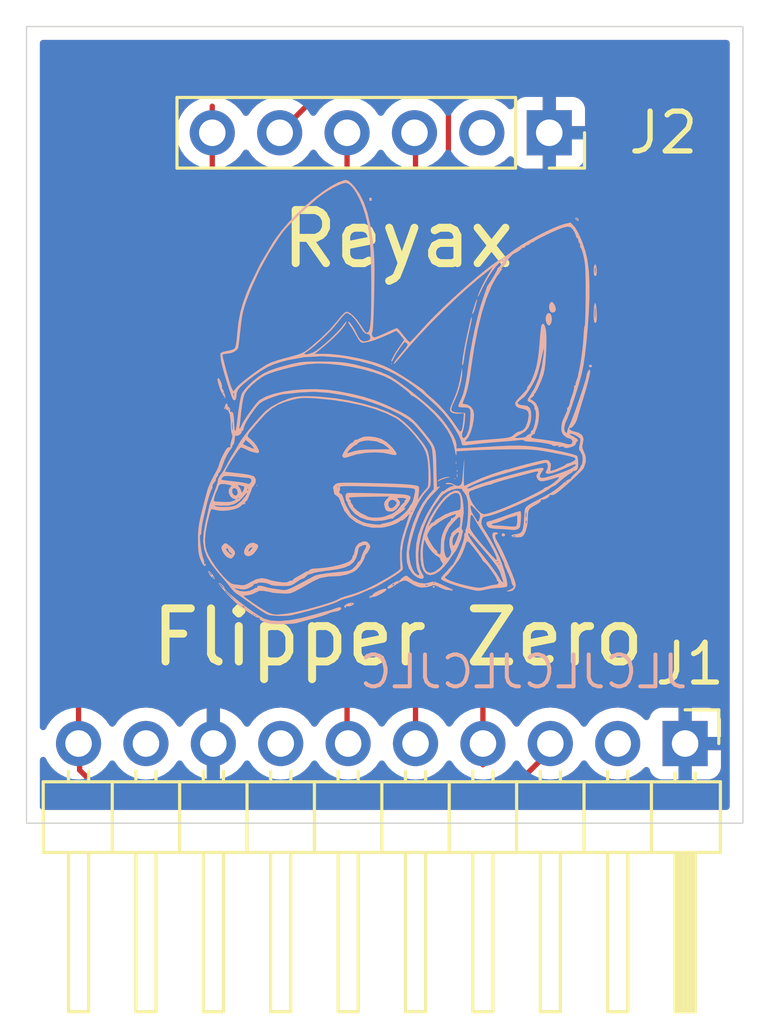
<source format=kicad_pcb>
(kicad_pcb (version 20240108) (generator "pcbnew") (generator_version "8.0")
  (layers (0 "F.Cu" signal) (31 "B.Cu" signal) (34 "B.Paste" user) (35 "F.Paste" user) (36 "B.SilkS" user "B.Silkscreen") (37 "F.SilkS" user "F.Silkscreen") (38 "B.Mask" user) (39 "F.Mask" user) (44 "Edge.Cuts" user))
  (net 0 "")
  (net 2 "+3V3")
  (net 3 "GND")
  (net 4 "Net-(J1-TX)")
  (net 7 "Net-(J1-C1)")
  (net 9 "Net-(J1-RX)")
  (footprint "Connector_PinSocket_2.54mm:PinSocket_1x06_P2.54mm_Vertical" (layer "F.Cu") (at 130.7 100 -90)
    (property "Reference" "J2" (at 0 -4.3 0) (layer "F.SilkS") (effects (font (size 1.5 1.5) (thickness 0.2))))
    (property "Value" "Reyax" (at 4 5.7 0) (layer "F.SilkS") (effects (font (size 2 2) (thickness 0.3))))
    (pad "1" thru_hole rect (at 0 0 270) (size 1.7 1.7) (drill 1) (layers "*.Cu" "*.Mask") (net 3 "GND"))
    (pad "2" thru_hole oval (at 0 2.54 270) (size 1.7 1.7) (drill 1) (layers "*.Cu" "*.Mask"))
    (pad "3" thru_hole oval (at 0 5.08 270) (size 1.7 1.7) (drill 1) (layers "*.Cu" "*.Mask") (net 9 "Net-(J1-RX)"))
    (pad "4" thru_hole oval (at 0 7.62 270) (size 1.7 1.7) (drill 1) (layers "*.Cu" "*.Mask") (net 4 "Net-(J1-TX)"))
    (pad "5" thru_hole oval (at 0 10.16 270) (size 1.7 1.7) (drill 1) (layers "*.Cu" "*.Mask") (net 7 "Net-(J1-C1)"))
    (pad "6" thru_hole oval (at 0 12.7 270) (size 1.7 1.7) (drill 1) (layers "*.Cu" "*.Mask") (net 2 "+3V3"))
  )
  (footprint "Connector_PinHeader_2.54mm:PinHeader_1x10_P2.54mm_Horizontal" (layer "F.Cu") (at 135.82 123 -90)
    (property "Reference" "J1" (at -3 -0.18 0) (layer "F.SilkS") (effects (font (size 1.5 1.5) (thickness 0.2))))
    (property "Value" "Flipper Zero" (at -4 10.82 0) (layer "F.SilkS") (effects (font (size 2 2) (thickness 0.3))))
    (pad "1" thru_hole rect (at 0 0 270) (size 1.7 1.7) (drill 1) (layers "*.Cu" "*.Mask") (net 3 "GND"))
    (pad "2" thru_hole oval (at 0 2.54 270) (size 1.7 1.7) (drill 1) (layers "*.Cu" "*.Mask"))
    (pad "3" thru_hole oval (at 0 5.08 270) (size 1.7 1.7) (drill 1) (layers "*.Cu" "*.Mask") (net 2 "+3V3"))
    (pad "4" thru_hole oval (at 0 7.62 270) (size 1.7 1.7) (drill 1) (layers "*.Cu" "*.Mask") (net 7 "Net-(J1-C1)"))
    (pad "5" thru_hole oval (at 0 10.16 270) (size 1.7 1.7) (drill 1) (layers "*.Cu" "*.Mask") (net 9 "Net-(J1-RX)"))
    (pad "6" thru_hole oval (at 0 12.7 270) (size 1.7 1.7) (drill 1) (layers "*.Cu" "*.Mask") (net 4 "Net-(J1-TX)"))
    (pad "7" thru_hole oval (at 0 15.24 270) (size 1.7 1.7) (drill 1) (layers "*.Cu" "*.Mask"))
    (pad "8" thru_hole oval (at 0 17.78 270) (size 1.7 1.7) (drill 1) (layers "*.Cu" "*.Mask") (net 3 "GND"))
    (pad "9" thru_hole oval (at 0 20.32 270) (size 1.7 1.7) (drill 1) (layers "*.Cu" "*.Mask"))
    (pad "10" thru_hole oval (at 0 22.86 270) (size 1.7 1.7) (drill 1) (layers "*.Cu" "*.Mask") (net 2 "+3V3"))
  )
  (footprint "Custom:smug-proot" (layer "B.Cu") (at 125 110 180)
    (property "Reference" "G***" (hide yes))
    (property "Value" "LOGO" (hide yes))
  )
  (gr_rect (start 111 96) (end 138 126) (stroke (width 0.05)) (fill none) (layer "Edge.Cuts"))
  (gr_text "JLCJLCJLCJLC" (at 136 121 0) (layer "B.SilkS") (effects (font (size 1.2 1.2)) (justify left bottom mirror)))
  (segment (start 113.5 124.5) (end 129.5 124.5) (width 0.2) (layer "F.Cu") (net 2))
  (segment (start 112.96 119.04) (end 118 114) (width 0.2) (layer "F.Cu") (net 2))
  (segment (start 112.96 123) (end 112.96 119.04) (width 0.2) (layer "F.Cu") (net 2))
  (segment (start 130.74 123.26) (end 130.74 123) (width 0.2) (layer "F.Cu") (net 2))
  (segment (start 112.96 123) (end 113 123.04) (width 0.2) (layer "F.Cu") (net 2))
  (segment (start 129.5 124.5) (end 130.74 123.26) (width 0.2) (layer "F.Cu") (net 2))
  (segment (start 113 124) (end 113.5 124.5) (width 0.2) (layer "F.Cu") (net 2))
  (segment (start 113 123.04) (end 113 124) (width 0.2) (layer "F.Cu") (net 2))
  (segment (start 118 114) (end 118 99) (width 0.2) (layer "F.Cu") (net 2))
  (segment (start 123.08 122.96) (end 123.12 123) (width 0.2) (layer "F.Cu") (net 4))
  (segment (start 123.08 100) (end 123.08 122.96) (width 0.2) (layer "F.Cu") (net 4))
  (segment (start 128.2 115.2) (end 128.2 123.8) (width 0.2) (layer "F.Cu") (net 7))
  (segment (start 126.123173 98) (end 126.9 98.776827) (width 0.2) (layer "F.Cu") (net 7))
  (segment (start 122.54 98) (end 126.123173 98) (width 0.2) (layer "F.Cu") (net 7))
  (segment (start 126.9 98.776827) (end 126.9 113.9) (width 0.2) (layer "F.Cu") (net 7))
  (segment (start 126.9 113.9) (end 128.2 115.2) (width 0.2) (layer "F.Cu") (net 7))
  (segment (start 120.54 100) (end 122.54 98) (width 0.2) (layer "F.Cu") (net 7))
  (segment (start 125.66 100.04) (end 125.62 100) (width 0.2) (layer "F.Cu") (net 9))
  (segment (start 125.66 123) (end 125.66 100.04) (width 0.2) (layer "F.Cu") (net 9))
  (zone (net 3) (net_name "GND") (layers "F&B.Cu") (connect_pads (clearance 0.5)) (min_thickness 0.25) (fill yes (thermal_gap 0.5) (thermal_bridge_width 0.5))
    (polygon (pts (xy 139 95) (xy 110 95) (xy 110 127) (xy 139 127)))
  )
)
</source>
